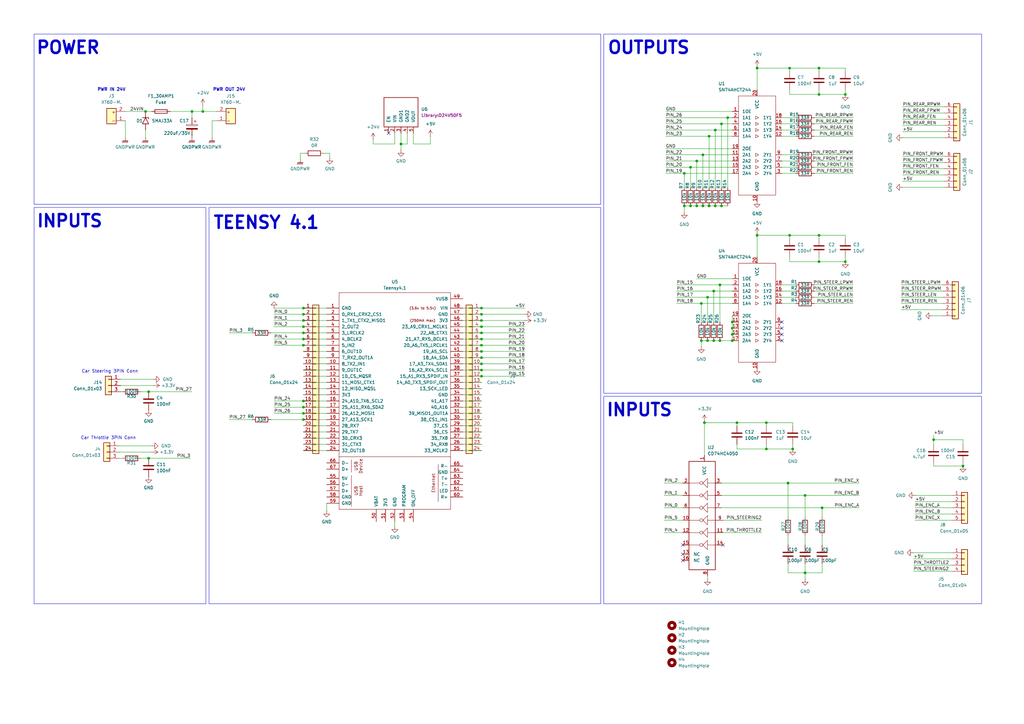
<source format=kicad_sch>
(kicad_sch (version 20250114) (generator "eeschema") (generator_version "9.0")
  (paper "A3")
  (title_block (date "2025-10-03"))
  (rectangle (start 247.65 13.97) (end 402.59 161.29))
  (rectangle (start 85.725 85.09) (end 246.38 247.65))
  (rectangle (start 13.97 85.09) (end 84.455 247.65))
  (rectangle (start 247.65 162.56) (end 402.59 247.65))
  (rectangle (start 13.97 13.97) (end 246.38 83.82))
  (text "PWR OUT 24V" (at 93.98 36.83 0) (effects (font (size 1.27 1.27) (thickness 0.254) (bold yes))))
  (text "Car Throttle 3PIN Conn" (at 44.45 179.705 0) (effects (font (size 1.27 1.27))))
  (text "POWER" (at 27.94 19.685 0) (effects (font (size 5 5) (thickness 1) (bold yes))))
  (text "TEENSY 4.1" (at 109.22 91.44 0) (effects (font (size 5 5) (thickness 1) (bold yes))))
  (text "PWR IN 24V" (at 45.72 36.83 0) (effects (font (size 1.27 1.27) (thickness 0.254) (bold yes))))
  (text "INPUTS" (at 28.575 90.805 0) (effects (font (size 5 5) (thickness 1) (bold yes))))
  (text "Car Steering 3PIN Conn" (at 45.085 152.4 0) (effects (font (size 1.27 1.27))))
  (text "OUTPUTS" (at 266.065 19.685 0) (effects (font (size 5 5) (thickness 1) (bold yes))))
  (text "INPUTS" (at 262.255 168.275 0) (effects (font (size 5 5) (thickness 1) (bold yes))))
  (junction (at 337.185 208.28))
  (junction (at 290.195 121.92))
  (junction (at 295.275 116.84))
  (junction (at 124.46 128.905))
  (junction (at 197.485 133.985))
  (junction (at 288.925 173.355))
  (junction (at 293.37 84.455))
  (junction (at 78.74 45.72))
  (junction (at 288.29 63.5))
  (junction (at 382.905 180.34))
  (junction (at 124.46 169.545))
  (junction (at 335.915 107.315))
  (junction (at 394.97 191.135))
  (junction (at 197.485 146.685))
  (junction (at 330.2 234.95))
  (junction (at 295.91 50.8))
  (junction (at 283.21 68.58))
  (junction (at 290.83 55.88))
  (junction (at 287.655 139.7))
  (junction (at 197.485 136.525))
  (junction (at 197.485 149.225))
  (junction (at 292.735 139.7))
  (junction (at 300.355 134.62))
  (junction (at 335.915 96.52))
  (junction (at 124.46 164.465))
  (junction (at 124.46 126.365))
  (junction (at 335.915 38.735))
  (junction (at 197.485 139.065))
  (junction (at 285.75 66.04))
  (junction (at 124.46 141.605))
  (junction (at 288.29 84.455))
  (junction (at 197.485 154.305))
  (junction (at 197.485 126.365))
  (junction (at 323.215 198.12))
  (junction (at 164.465 59.055))
  (junction (at 280.67 84.455))
  (junction (at 197.485 131.445))
  (junction (at 298.45 48.26))
  (junction (at 293.37 53.34))
  (junction (at 295.91 84.455))
  (junction (at 60.96 187.96))
  (junction (at 280.67 71.12))
  (junction (at 124.46 133.985))
  (junction (at 300.355 132.08))
  (junction (at 124.46 139.065))
  (junction (at 335.915 27.94))
  (junction (at 124.46 131.445))
  (junction (at 300.355 137.16))
  (junction (at 197.485 144.145))
  (junction (at 124.46 136.525))
  (junction (at 83.185 45.72))
  (junction (at 295.275 139.7))
  (junction (at 292.735 119.38))
  (junction (at 197.485 141.605))
  (junction (at 285.75 84.455))
  (junction (at 323.85 27.94))
  (junction (at 124.46 167.005))
  (junction (at 310.515 96.52))
  (junction (at 290.83 84.455))
  (junction (at 290.195 139.7))
  (junction (at 325.12 184.15))
  (junction (at 346.71 107.315))
  (junction (at 59.69 45.72))
  (junction (at 330.2 203.2))
  (junction (at 283.21 84.455))
  (junction (at 302.26 173.355))
  (junction (at 323.85 96.52))
  (junction (at 197.485 128.905))
  (junction (at 300.355 139.7))
  (junction (at 346.71 38.735))
  (junction (at 310.515 27.94))
  (junction (at 197.485 151.765))
  (junction (at 124.46 172.085))
  (junction (at 314.325 184.15))
  (junction (at 60.96 160.655))
  (junction (at 314.325 173.355))
  (junction (at 287.655 124.46))
  (no_connect (at 320.675 139.7))
  (no_connect (at 296.545 223.52))
  (no_connect (at 280.035 229.87))
  (no_connect (at 320.675 132.08))
  (no_connect (at 320.675 134.62))
  (no_connect (at 320.675 137.16))
  (no_connect (at 159.385 54.61))
  (no_connect (at 280.035 223.52))
  (no_connect (at 280.035 227.33))
  (wire (pts (xy 387.35 48.895) (xy 370.205 48.895)))
  (wire (pts (xy 287.655 139.7) (xy 290.195 139.7)))
  (wire (pts (xy 111.125 172.085) (xy 124.46 172.085)))
  (wire (pts (xy 112.395 133.985) (xy 124.46 133.985)))
  (wire (pts (xy 320.675 63.5) (xy 326.39 63.5)))
  (wire (pts (xy 320.675 121.92) (xy 326.39 121.92)))
  (wire (pts (xy 349.885 53.34) (xy 334.01 53.34)))
  (wire (pts (xy 215.265 131.445) (xy 197.485 131.445)))
  (wire (pts (xy 272.415 198.12) (xy 280.035 198.12)))
  (wire (pts (xy 349.885 121.92) (xy 334.01 121.92)))
  (wire (pts (xy 382.905 191.135) (xy 382.905 189.865)))
  (wire (pts (xy 390.525 203.2) (xy 375.285 203.2)))
  (wire (pts (xy 62.23 182.88) (xy 48.895 182.88)))
  (wire (pts (xy 290.83 55.88) (xy 290.83 76.835)))
  (wire (pts (xy 302.26 173.355) (xy 302.26 174.625)))
  (wire (pts (xy 390.525 213.36) (xy 375.285 213.36)))
  (wire (pts (xy 310.515 27.94) (xy 310.515 36.83)))
  (wire (pts (xy 153.035 59.055) (xy 161.925 59.055)))
  (wire (pts (xy 112.395 139.065) (xy 124.46 139.065)))
  (wire (pts (xy 349.885 119.38) (xy 334.01 119.38)))
  (wire (pts (xy 310.515 96.52) (xy 310.515 105.41)))
  (wire (pts (xy 272.415 203.2) (xy 280.035 203.2)))
  (wire (pts (xy 189.865 164.465) (xy 197.485 164.465)))
  (wire (pts (xy 295.91 198.12) (xy 323.215 198.12)))
  (wire (pts (xy 124.46 146.685) (xy 133.985 146.685)))
  (wire (pts (xy 161.925 215.9) (xy 161.925 213.995)))
  (wire (pts (xy 295.275 139.7) (xy 300.355 139.7)))
  (wire (pts (xy 197.485 128.905) (xy 189.865 128.905)))
  (wire (pts (xy 273.05 66.04) (xy 285.75 66.04)))
  (wire (pts (xy 189.865 159.385) (xy 197.485 159.385)))
  (wire (pts (xy 325.12 173.355) (xy 314.325 173.355)))
  (wire (pts (xy 346.71 97.79) (xy 346.71 96.52)))
  (wire (pts (xy 288.925 172.72) (xy 288.925 173.355)))
  (wire (pts (xy 302.26 184.15) (xy 314.325 184.15)))
  (wire (pts (xy 86.995 49.53) (xy 86.995 56.515)))
  (wire (pts (xy 335.915 36.83) (xy 335.915 38.735)))
  (wire (pts (xy 189.865 161.925) (xy 197.485 161.925)))
  (wire (pts (xy 335.915 96.52) (xy 323.85 96.52)))
  (wire (pts (xy 295.91 84.455) (xy 298.45 84.455)))
  (wire (pts (xy 320.675 48.26) (xy 326.39 48.26)))
  (wire (pts (xy 169.545 59.055) (xy 176.53 59.055)))
  (wire (pts (xy 374.65 231.775) (xy 390.525 231.775)))
  (wire (pts (xy 386.715 124.46) (xy 369.57 124.46)))
  (wire (pts (xy 285.75 84.455) (xy 288.29 84.455)))
  (wire (pts (xy 300.355 129.54) (xy 300.355 132.08)))
  (wire (pts (xy 323.85 96.52) (xy 323.85 97.79)))
  (wire (pts (xy 273.05 71.12) (xy 280.67 71.12)))
  (wire (pts (xy 111.125 136.525) (xy 124.46 136.525)))
  (wire (pts (xy 387.35 76.835) (xy 370.205 76.835)))
  (wire (pts (xy 215.265 128.905) (xy 197.485 128.905)))
  (wire (pts (xy 292.735 139.7) (xy 295.275 139.7)))
  (wire (pts (xy 287.655 124.46) (xy 300.355 124.46)))
  (wire (pts (xy 320.675 71.12) (xy 326.39 71.12)))
  (wire (pts (xy 337.185 208.28) (xy 337.185 212.09)))
  (wire (pts (xy 387.35 56.515) (xy 370.205 56.515)))
  (wire (pts (xy 215.265 133.985) (xy 197.485 133.985)))
  (wire (pts (xy 124.46 172.085) (xy 133.985 172.085)))
  (wire (pts (xy 272.415 208.28) (xy 280.035 208.28)))
  (wire (pts (xy 197.485 149.225) (xy 189.865 149.225)))
  (wire (pts (xy 124.46 128.905) (xy 133.985 128.905)))
  (wire (pts (xy 273.05 48.26) (xy 298.45 48.26)))
  (wire (pts (xy 387.35 53.975) (xy 370.205 53.975)))
  (wire (pts (xy 124.46 179.705) (xy 133.985 179.705)))
  (wire (pts (xy 124.46 169.545) (xy 133.985 169.545)))
  (wire (pts (xy 124.46 141.605) (xy 133.985 141.605)))
  (wire (pts (xy 112.395 169.545) (xy 124.46 169.545)))
  (wire (pts (xy 320.675 55.88) (xy 326.39 55.88)))
  (wire (pts (xy 280.67 71.12) (xy 300.355 71.12)))
  (wire (pts (xy 349.885 68.58) (xy 334.01 68.58)))
  (wire (pts (xy 292.735 119.38) (xy 300.355 119.38)))
  (wire (pts (xy 49.53 160.655) (xy 50.165 160.655)))
  (wire (pts (xy 386.715 121.92) (xy 369.57 121.92)))
  (wire (pts (xy 374.65 234.315) (xy 390.525 234.315)))
  (wire (pts (xy 273.05 50.8) (xy 295.91 50.8)))
  (wire (pts (xy 298.45 48.26) (xy 298.45 76.835)))
  (wire (pts (xy 346.71 29.21) (xy 346.71 27.94)))
  (wire (pts (xy 320.675 119.38) (xy 326.39 119.38)))
  (wire (pts (xy 390.525 210.82) (xy 375.285 210.82)))
  (wire (pts (xy 323.85 27.94) (xy 323.85 29.21)))
  (wire (pts (xy 323.215 231.14) (xy 323.215 234.95)))
  (wire (pts (xy 197.485 141.605) (xy 189.865 141.605)))
  (wire (pts (xy 215.265 126.365) (xy 197.485 126.365)))
  (wire (pts (xy 215.265 146.685) (xy 197.485 146.685)))
  (wire (pts (xy 349.885 124.46) (xy 334.01 124.46)))
  (wire (pts (xy 124.46 126.365) (xy 133.985 126.365)))
  (wire (pts (xy 290.83 84.455) (xy 293.37 84.455)))
  (wire (pts (xy 285.75 114.3) (xy 300.355 114.3)))
  (wire (pts (xy 59.69 45.72) (xy 51.435 45.72)))
  (wire (pts (xy 48.895 187.96) (xy 50.165 187.96)))
  (wire (pts (xy 62.865 155.575) (xy 49.53 155.575)))
  (wire (pts (xy 280.67 71.12) (xy 280.67 76.835)))
  (wire (pts (xy 330.2 234.95) (xy 330.2 237.49)))
  (wire (pts (xy 314.325 173.355) (xy 302.26 173.355)))
  (wire (pts (xy 386.715 116.84) (xy 369.57 116.84)))
  (wire (pts (xy 325.12 184.15) (xy 325.12 182.245)))
  (wire (pts (xy 310.515 95.885) (xy 310.515 96.52)))
  (wire (pts (xy 78.74 45.72) (xy 78.74 48.26)))
  (wire (pts (xy 288.29 84.455) (xy 290.83 84.455)))
  (wire (pts (xy 197.485 139.065) (xy 189.865 139.065)))
  (wire (pts (xy 290.195 139.7) (xy 292.735 139.7)))
  (wire (pts (xy 387.35 69.215) (xy 370.205 69.215)))
  (wire (pts (xy 93.98 136.525) (xy 103.505 136.525)))
  (wire (pts (xy 189.865 172.085) (xy 197.485 172.085)))
  (wire (pts (xy 337.185 208.28) (xy 352.425 208.28)))
  (wire (pts (xy 88.9 45.72) (xy 83.185 45.72)))
  (wire (pts (xy 320.675 66.04) (xy 326.39 66.04)))
  (wire (pts (xy 314.325 182.245) (xy 314.325 184.15)))
  (wire (pts (xy 124.46 174.625) (xy 133.985 174.625)))
  (wire (pts (xy 312.42 213.36) (xy 296.545 213.36)))
  (wire (pts (xy 280.67 84.455) (xy 280.67 86.995)))
  (wire (pts (xy 337.185 208.28) (xy 295.91 208.28)))
  (wire (pts (xy 386.715 127) (xy 369.57 127)))
  (wire (pts (xy 273.05 63.5) (xy 288.29 63.5)))
  (wire (pts (xy 349.885 116.84) (xy 334.01 116.84)))
  (wire (pts (xy 189.865 169.545) (xy 197.485 169.545)))
  (wire (pts (xy 335.915 27.94) (xy 335.915 29.21)))
  (wire (pts (xy 57.785 187.96) (xy 60.96 187.96)))
  (wire (pts (xy 323.85 105.41) (xy 323.85 107.315)))
  (wire (pts (xy 295.275 116.84) (xy 300.355 116.84)))
  (wire (pts (xy 335.915 38.735) (xy 346.71 38.735)))
  (wire (pts (xy 62.865 158.115) (xy 49.53 158.115)))
  (wire (pts (xy 153.035 57.15) (xy 153.035 59.055)))
  (wire (pts (xy 349.885 55.88) (xy 334.01 55.88)))
  (wire (pts (xy 283.21 68.58) (xy 283.21 76.835)))
  (wire (pts (xy 273.05 53.34) (xy 293.37 53.34)))
  (wire (pts (xy 93.98 172.085) (xy 103.505 172.085)))
  (wire (pts (xy 60.96 187.96) (xy 78.105 187.96)))
  (wire (pts (xy 320.675 68.58) (xy 326.39 68.58)))
  (wire (pts (xy 295.91 50.8) (xy 295.91 76.835)))
  (wire (pts (xy 124.46 156.845) (xy 133.985 156.845)))
  (wire (pts (xy 83.185 43.18) (xy 83.185 45.72)))
  (wire (pts (xy 273.05 45.72) (xy 300.355 45.72)))
  (wire (pts (xy 314.325 184.15) (xy 325.12 184.15)))
  (wire (pts (xy 293.37 53.34) (xy 300.355 53.34)))
  (wire (pts (xy 124.46 136.525) (xy 133.985 136.525)))
  (wire (pts (xy 189.865 184.785) (xy 197.485 184.785)))
  (wire (pts (xy 272.415 218.44) (xy 280.035 218.44)))
  (wire (pts (xy 164.465 59.055) (xy 164.465 61.595)))
  (wire (pts (xy 124.46 133.985) (xy 133.985 133.985)))
  (wire (pts (xy 323.215 198.12) (xy 323.215 212.09)))
  (wire (pts (xy 277.495 121.92) (xy 290.195 121.92)))
  (wire (pts (xy 394.97 191.135) (xy 394.97 189.865)))
  (wire (pts (xy 161.925 59.055) (xy 161.925 54.61)))
  (wire (pts (xy 288.925 173.355) (xy 288.925 186.69)))
  (wire (pts (xy 59.69 56.515) (xy 59.69 53.34)))
  (wire (pts (xy 335.915 96.52) (xy 335.915 97.79)))
  (wire (pts (xy 124.46 144.145) (xy 133.985 144.145)))
  (wire (pts (xy 323.85 96.52) (xy 310.515 96.52)))
  (wire (pts (xy 387.35 74.295) (xy 370.205 74.295)))
  (wire (pts (xy 273.05 60.96) (xy 300.355 60.96)))
  (wire (pts (xy 288.29 63.5) (xy 300.355 63.5)))
  (wire (pts (xy 124.46 154.305) (xy 133.985 154.305)))
  (wire (pts (xy 197.485 131.445) (xy 189.865 131.445)))
  (wire (pts (xy 215.265 141.605) (xy 197.485 141.605)))
  (wire (pts (xy 302.26 173.355) (xy 288.925 173.355)))
  (wire (pts (xy 300.355 132.08) (xy 300.355 134.62)))
  (wire (pts (xy 330.2 231.14) (xy 330.2 234.95)))
  (wire (pts (xy 323.85 107.315) (xy 335.915 107.315)))
  (wire (pts (xy 60.96 160.655) (xy 78.74 160.655)))
  (wire (pts (xy 176.53 55.88) (xy 176.53 59.055)))
  (wire (pts (xy 124.46 151.765) (xy 133.985 151.765)))
  (wire (pts (xy 197.485 154.305) (xy 189.865 154.305)))
  (wire (pts (xy 124.46 131.445) (xy 133.985 131.445)))
  (wire (pts (xy 293.37 53.34) (xy 293.37 76.835)))
  (wire (pts (xy 135.255 62.865) (xy 132.715 62.865)))
  (wire (pts (xy 292.735 119.38) (xy 292.735 132.08)))
  (wire (pts (xy 374.65 226.695) (xy 390.525 226.695)))
  (wire (pts (xy 337.185 234.95) (xy 337.185 231.14)))
  (wire (pts (xy 285.75 66.04) (xy 285.75 76.835)))
  (wire (pts (xy 277.495 116.84) (xy 295.275 116.84)))
  (wire (pts (xy 394.97 182.245) (xy 394.97 180.34)))
  (wire (pts (xy 288.29 76.835) (xy 288.29 63.5)))
  (wire (pts (xy 290.83 55.88) (xy 300.355 55.88)))
  (wire (pts (xy 112.395 141.605) (xy 124.46 141.605)))
  (wire (pts (xy 295.91 50.8) (xy 300.355 50.8)))
  (wire (pts (xy 78.74 45.72) (xy 69.85 45.72)))
  (wire (pts (xy 280.67 84.455) (xy 283.21 84.455)))
  (wire (pts (xy 323.215 234.95) (xy 330.2 234.95)))
  (wire (pts (xy 374.65 229.235) (xy 390.525 229.235)))
  (wire (pts (xy 273.05 68.58) (xy 283.21 68.58)))
  (wire (pts (xy 386.715 119.38) (xy 369.57 119.38)))
  (wire (pts (xy 215.265 144.145) (xy 197.485 144.145)))
  (wire (pts (xy 330.2 203.2) (xy 330.2 212.09)))
  (wire (pts (xy 197.485 146.685) (xy 189.865 146.685)))
  (wire (pts (xy 382.905 182.245) (xy 382.905 180.34)))
  (wire (pts (xy 323.85 27.94) (xy 310.515 27.94)))
  (wire (pts (xy 62.23 185.42) (xy 48.895 185.42)))
  (wire (pts (xy 273.05 55.88) (xy 290.83 55.88)))
  (wire (pts (xy 349.885 50.8) (xy 334.01 50.8)))
  (wire (pts (xy 287.655 124.46) (xy 287.655 132.08)))
  (wire (pts (xy 167.005 59.055) (xy 164.465 59.055)))
  (wire (pts (xy 88.9 49.53) (xy 86.995 49.53)))
  (wire (pts (xy 197.485 126.365) (xy 189.865 126.365)))
  (wire (pts (xy 135.255 64.77) (xy 135.255 62.865)))
  (wire (pts (xy 298.45 48.26) (xy 300.355 48.26)))
  (wire (pts (xy 302.26 182.245) (xy 302.26 184.15)))
  (wire (pts (xy 325.12 174.625) (xy 325.12 173.355)))
  (wire (pts (xy 287.655 139.7) (xy 287.655 142.24)))
  (wire (pts (xy 124.46 159.385) (xy 133.985 159.385)))
  (wire (pts (xy 133.985 206.375) (xy 133.985 209.55)))
  (wire (pts (xy 349.885 71.12) (xy 334.01 71.12)))
  (wire (pts (xy 382.905 178.435) (xy 382.905 180.34)))
  (wire (pts (xy 346.71 107.315) (xy 346.71 105.41)))
  (wire (pts (xy 335.915 105.41) (xy 335.915 107.315)))
  (wire (pts (xy 215.265 139.065) (xy 197.485 139.065)))
  (wire (pts (xy 272.415 213.36) (xy 280.035 213.36)))
  (wire (pts (xy 197.485 136.525) (xy 189.865 136.525)))
  (wire (pts (xy 312.42 218.44) (xy 296.545 218.44)))
  (wire (pts (xy 320.675 50.8) (xy 326.39 50.8)))
  (wire (pts (xy 112.395 164.465) (xy 124.46 164.465)))
  (wire (pts (xy 290.195 236.22) (xy 290.195 237.49)))
  (wire (pts (xy 123.19 62.865) (xy 125.095 62.865)))
  (wire (pts (xy 197.485 133.985) (xy 189.865 133.985)))
  (wire (pts (xy 283.21 84.455) (xy 285.75 84.455)))
  (wire (pts (xy 323.85 38.735) (xy 335.915 38.735)))
  (wire (pts (xy 387.35 46.355) (xy 370.205 46.355)))
  (wire (pts (xy 387.35 43.815) (xy 370.205 43.815)))
  (wire (pts (xy 386.715 129.54) (xy 382.27 129.54)))
  (wire (pts (xy 320.675 53.34) (xy 326.39 53.34)))
  (wire (pts (xy 349.885 63.5) (xy 334.01 63.5)))
  (wire (pts (xy 124.46 167.005) (xy 133.985 167.005)))
  (wire (pts (xy 215.265 136.525) (xy 197.485 136.525)))
  (wire (pts (xy 337.185 219.71) (xy 337.185 223.52)))
  (wire (pts (xy 112.395 167.005) (xy 124.46 167.005)))
  (wire (pts (xy 124.46 182.245) (xy 133.985 182.245)))
  (wire (pts (xy 314.325 173.355) (xy 314.325 174.625)))
  (wire (pts (xy 290.195 121.92) (xy 290.195 132.08)))
  (wire (pts (xy 346.71 96.52) (xy 335.915 96.52)))
  (wire (pts (xy 330.2 203.2) (xy 295.91 203.2)))
  (wire (pts (xy 197.485 151.765) (xy 189.865 151.765)))
  (wire (pts (xy 387.35 71.755) (xy 370.205 71.755)))
  (wire (pts (xy 349.885 66.04) (xy 334.01 66.04)))
  (wire (pts (xy 189.865 167.005) (xy 197.485 167.005)))
  (wire (pts (xy 78.74 55.88) (xy 78.74 56.515)))
  (wire (pts (xy 57.785 160.655) (xy 60.96 160.655)))
  (wire (pts (xy 387.35 66.675) (xy 370.205 66.675)))
  (wire (pts (xy 189.865 179.705) (xy 197.485 179.705)))
  (wire (pts (xy 330.2 234.95) (xy 337.185 234.95)))
  (wire (pts (xy 390.525 208.28) (xy 375.285 208.28)))
  (wire (pts (xy 349.885 48.26) (xy 334.01 48.26)))
  (wire (pts (xy 112.395 128.905) (xy 124.46 128.905)))
  (wire (pts (xy 387.35 51.435) (xy 370.205 51.435)))
  (wire (pts (xy 124.46 139.065) (xy 133.985 139.065)))
  (wire (pts (xy 124.46 149.225) (xy 133.985 149.225)))
  (wire (pts (xy 164.465 54.61) (xy 164.465 59.055)))
  (wire (pts (xy 83.185 45.72) (xy 78.74 45.72)))
  (wire (pts (xy 335.915 27.94) (xy 323.85 27.94)))
  (wire (pts (xy 323.85 36.83) (xy 323.85 38.735)))
  (wire (pts (xy 346.71 27.94) (xy 335.915 27.94)))
  (wire (pts (xy 293.37 84.455) (xy 295.91 84.455)))
  (wire (pts (xy 112.395 131.445) (xy 124.46 131.445)))
  (wire (pts (xy 167.005 54.61) (xy 167.005 59.055)))
  (wire (pts (xy 330.2 219.71) (xy 330.2 223.52)))
  (wire (pts (xy 123.19 65.405) (xy 123.19 62.865)))
  (wire (pts (xy 124.46 161.925) (xy 133.985 161.925)))
  (wire (pts (xy 300.355 134.62) (xy 300.355 137.16)))
  (wire (pts (xy 189.865 156.845) (xy 197.485 156.845)))
  (wire (pts (xy 277.495 124.46) (xy 287.655 124.46)))
  (wire (pts (xy 387.35 64.135) (xy 370.205 64.135)))
  (wire (pts (xy 290.195 121.92) (xy 300.355 121.92)))
  (wire (pts (xy 124.46 177.165) (xy 133.985 177.165)))
  (wire (pts (xy 112.395 126.365) (xy 124.46 126.365)))
  (wire (pts (xy 323.215 198.12) (xy 352.425 198.12)))
  (wire (pts (xy 51.435 49.53) (xy 51.435 56.515)))
  (wire (pts (xy 215.265 149.225) (xy 197.485 149.225)))
  (wire (pts (xy 189.865 177.165) (xy 197.485 177.165)))
  (wire (pts (xy 124.46 164.465) (xy 133.985 164.465)))
  (wire (pts (xy 62.23 45.72) (xy 59.69 45.72)))
  (wire (pts (xy 215.265 151.765) (xy 197.485 151.765)))
  (wire (pts (xy 277.495 119.38) (xy 292.735 119.38)))
  (wire (pts (xy 394.97 180.34) (xy 382.905 180.34)))
  (wire (pts (xy 197.485 144.145) (xy 189.865 144.145)))
  (wire (pts (xy 346.71 38.735) (xy 346.71 36.83)))
  (wire (pts (xy 310.515 27.305) (xy 310.515 27.94)))
  (wire (pts (xy 323.215 219.71) (xy 323.215 223.52)))
  (wire (pts (xy 169.545 54.61) (xy 169.545 59.055)))
  (wire (pts (xy 320.675 124.46) (xy 326.39 124.46)))
  (wire (pts (xy 390.525 205.74) (xy 375.285 205.74)))
  (wire (pts (xy 335.915 107.315) (xy 346.71 107.315)))
  (wire (pts (xy 320.675 116.84) (xy 326.39 116.84)))
  (wire (pts (xy 300.355 137.16) (xy 300.355 139.7)))
  (wire (pts (xy 285.75 66.04) (xy 300.355 66.04)))
  (wire (pts (xy 283.21 68.58) (xy 300.355 68.58)))
  (wire (pts (xy 189.865 174.625) (xy 197.485 174.625)))
  (wire (pts (xy 124.46 184.785) (xy 133.985 184.785)))
  (wire (pts (xy 215.265 154.305) (xy 197.485 154.305)))
  (wire (pts (xy 330.2 203.2) (xy 352.425 203.2)))
  (wire (pts (xy 189.865 182.245) (xy 197.485 182.245)))
  (wire (pts (xy 382.905 191.135) (xy 394.97 191.135)))
  (wire (pts (xy 295.275 116.84) (xy 295.275 132.08)))
  (label "PIN_REAR_REN" (at 349.885 55.88 180))
  (label "+5V" (at 369.57 127 0))
  (label "PIN_5" (at 112.395 141.605 0))
  (label "PIN_THROTTLE2" (at 374.65 231.775 0))
  (label "PIN_REAR_RPWM" (at 370.205 43.815 0))
  (label "PIN_22" (at 273.05 63.5 0))
  (label "PIN_ENC_X" (at 375.285 213.36 0))
  (label "+5V" (at 370.205 74.295 0))
  (label "PIN_STEER_RPWM" (at 349.885 119.38 180))
  (label "PIN_STEER_LEN" (at 349.885 121.92 180))
  (label "PIN_ENC_A" (at 375.285 208.28 0))
  (label "PIN_0" (at 272.415 208.28 0))
  (label "PIN_STEERING2" (at 374.65 234.315 0))
  (label "GND" (at 273.05 45.72 0))
  (label "PIN_0" (at 112.395 128.905 0))
  (label "PIN_REAR_REN" (at 370.205 51.435 0))
  (label "+5V" (at 382.905 178.435 0))
  (label "+5V" (at 215.265 126.365 180))
  (label "+5V" (at 375.285 205.74 0))
  (label "PIN_18" (at 215.265 146.685 180))
  (label "PIN_1" (at 272.415 203.2 0))
  (label "PIN_STEER_LPWM" (at 369.57 116.84 0))
  (label "PIN_FRONT_FEN" (at 370.205 69.215 0))
  (label "PIN_REAR_FPWM" (at 349.885 50.8 180))
  (label "+5V" (at 370.205 53.975 0))
  (label "PIN_17" (at 277.495 121.92 0))
  (label "PIN_22" (at 215.265 136.525 180))
  (label "PIN_27" (at 78.74 160.655 180))
  (label "PIN_STEER_LPWM" (at 349.885 116.84 180))
  (label "PIN_20" (at 273.05 68.58 0))
  (label "24VIN" (at 53.34 45.72 0))
  (label "PIN_THROTTLE2" (at 312.42 218.44 180))
  (label "PIN_3" (at 93.98 136.525 0))
  (label "PIN_STEER_LEN" (at 369.57 121.92 0))
  (label "PIN_25" (at 273.05 50.8 0))
  (label "PIN_27" (at 93.98 172.085 0))
  (label "PIN_FRONT_FPWM" (at 370.205 66.675 0))
  (label "PIN_23" (at 273.05 55.88 0))
  (label "PIN_STEER_RPWM" (at 369.57 119.38 0))
  (label "PIN_ENC_A" (at 352.425 208.28 180))
  (label "PIN_15" (at 277.495 116.84 0))
  (label "PIN_STEER_REN" (at 349.885 124.46 180))
  (label "PIN_26" (at 273.05 48.26 0))
  (label "PIN_17" (at 215.265 149.225 180))
  (label "PIN_REAR_FEN" (at 370.205 48.895 0))
  (label "PIN_FRONT_RPWM" (at 349.885 63.5 180))
  (label "+5V" (at 374.65 229.235 0))
  (label "PIN_16" (at 215.265 151.765 180))
  (label "PIN_4" (at 272.415 218.44 0))
  (label "PIN_REAR_FPWM" (at 370.205 46.355 0))
  (label "PIN_18" (at 277.495 124.46 0))
  (label "PIN_FRONT_REN" (at 349.885 71.12 180))
  (label "PIN_2" (at 112.395 133.985 0))
  (label "PIN_23" (at 215.265 133.985 180))
  (label "PIN_STEER_REN" (at 369.57 124.46 0))
  (label "PIN_24" (at 273.05 53.34 0))
  (label "PIN_FRONT_RPWM" (at 370.205 64.135 0))
  (label "PIN_24" (at 112.395 164.465 0))
  (label "GND" (at 273.05 60.96 0))
  (label "PIN_1" (at 112.395 131.445 0))
  (label "PIN_25" (at 112.395 167.005 0))
  (label "PIN_REAR_FEN" (at 349.885 53.34 180))
  (label "PIN_16" (at 277.495 119.38 0))
  (label "PIN_FRONT_REN" (at 370.205 71.755 0))
  (label "PIN_STEERING2" (at 312.42 213.36 180))
  (label "PIN_REAR_RPWM" (at 349.885 48.26 180))
  (label "PIN_15" (at 215.265 154.305 180))
  (label "PIN_3" (at 78.105 187.96 180))
  (label "PIN_21" (at 273.05 66.04 0))
  (label "PIN_ENC_B" (at 352.425 203.2 180))
  (label "GND" (at 285.75 114.3 0))
  (label "PIN_FRONT_FPWM" (at 349.885 66.04 180))
  (label "PIN_4" (at 112.395 139.065 0))
  (label "PIN_ENC_X" (at 352.425 198.12 180))
  (label "PIN_ENC_B" (at 375.285 210.82 0))
  (label "PIN_FRONT_FEN" (at 349.885 68.58 180))
  (label "PIN_20" (at 215.265 141.605 180))
  (label "PIN_19" (at 273.05 71.12 0))
  (label "PIN_26" (at 112.395 169.545 0))
  (label "PIN_21" (at 215.265 139.065 180))
  (label "PIN_19" (at 215.265 144.145 180))
  (label "PIN_2" (at 272.415 198.12 0))
  (label "PIN_5" (at 272.415 213.36 0))
  (symbol (lib_id "power:GND") (at 62.865 155.575 90) (unit 1)
    (property "Reference" "#PWR013" (effects (hide yes)))
    (property "Value" "GND" (at 66.675 155.5749 90) (effects (justify right)))
    (property "Description" "Power symbol creates a global label with name \"GND\" , ground" (effects (hide yes)))
  )
  (symbol (lib_id "Device:C") (at 346.71 33.02 0) (unit 1)
    (property "Reference" "C9" (at 349.885 31.7499 0) (effects (justify left)))
    (property "Value" "10uF" (at 349.885 34.2899 0) (effects (justify left)))
    (property "Footprint" "Capacitor_SMD:C_0805_2012Metric" (effects (hide yes)))
    (property "Description" "Unpolarized capacitor" (effects (hide yes)))
    (property "LCSC" "C15850" (effects (hide yes)))
    (property "MPN" "CL21A106KAYNNNE" (effects (hide yes)))
  )
  (symbol (lib_id "Device:R") (at 290.195 135.89 0) (unit 1)
    (property "Reference" "R24" (at 288.925 132.715 90) (effects (justify left)))
    (property "Value" "10k" (at 290.195 137.795 90) (effects (justify left)))
    (property "Footprint" "Resistor_SMD:R_0603_1608Metric" (effects (hide yes)))
    (property "Description" "Resistor" (effects (hide yes)))
    (property "LCSC" "C98220" (effects (hide yes)))
    (property "MPN" "RC0603FR-0710KL" (effects (hide yes)))
  )
  (symbol (lib_id "Device:R") (at 330.2 55.88 90) (unit 1)
    (property "Reference" "R18" (at 325.755 54.61 90))
    (property "Value" "33R" (at 330.2 55.88 90))
    (property "Footprint" "Resistor_SMD:R_0603_1608Metric" (effects (hide yes)))
    (property "Description" "Resistor" (effects (hide yes)))
    (property "LCSC" "C108661" (effects (hide yes)))
    (property "MPN" "RC0603FR-0733RL" (effects (hide yes)))
  )
  (symbol (lib_id "power:+5V") (at 310.515 95.885 0) (unit 1)
    (property "Reference" "#PWR07" (effects (hide yes)))
    (property "Value" "+5V" (at 310.515 91.44 0))
    (property "Description" "Power symbol creates a global label with name \"+5V\"" (effects (hide yes)))
  )
  (symbol (lib_id "New_Library:XT60-M.") (at 93.98 49.53 0) (mirror x) (unit 1)
    (property "Reference" "J15" (at 94.615 39.37 0))
    (property "Value" "XT60-M." (at 94.615 41.91 0))
    (property "Footprint" "Library:CONN-TH_XT60" (effects (hide yes)))
    (property "Description" "Generic connector, single row, 01x02, script generated (kicad-library-utils/schlib/autogen/connector/)" (effects (hide yes)))
    (property "LCSC" "C98733" (effects (hide yes)))
    (property "MPN" "XT60-M." (effects (hide yes)))
  )
  (symbol (lib_id "power:+24V") (at 83.185 43.18 0) (unit 1)
    (property "Reference" "#PWR030" (effects (hide yes)))
    (property "Value" "+24V" (at 83.185 38.1 0))
    (property "Description" "Power symbol creates a global label with name \"+24V\"" (effects (hide yes)))
  )
  (symbol (lib_id "Device:C_Polarized") (at 78.74 52.07 0) (mirror y) (unit 1)
    (property "Reference" "C17" (at 77.47 49.53 0) (effects (justify left)))
    (property "Value" "220uF/35V" (at 78.105 54.61 0) (effects (justify left)))
    (property "Footprint" "Capacitor_SMD:CP_Elec_8x10.5" (effects (hide yes)))
    (property "Description" "Polarized capacitor" (effects (hide yes)))
    (property "LCSC" "C5246556" (effects (hide yes)))
    (property "MPN" "HV1V227M0810PZ" (effects (hide yes)))
  )
  (symbol (lib_id "Device:R") (at 323.215 215.9 180) (unit 1)
    (property "Reference" "R27" (at 321.31 215.9 90))
    (property "Value" "100R" (at 323.215 215.9 90))
    (property "Footprint" "Resistor_SMD:R_0603_1608Metric" (effects (hide yes)))
    (property "Description" "Resistor" (effects (hide yes)))
    (property "LCSC" "C105588" (effects (hide yes)))
    (property "MPN" "RC0603FR-07100RL" (effects (hide yes)))
  )
  (symbol (lib_id "power:+3.3V") (at 288.925 172.72 0) (unit 1)
    (property "Reference" "#PWR04" (effects (hide yes)))
    (property "Value" "+3.3V" (at 288.925 167.64 0))
    (property "Description" "Power symbol creates a global label with name \"+3.3V\"" (effects (hide yes)))
  )
  (symbol (lib_id "New_Library:D24V50F5") (at 164.465 46.99 90) (unit 1)
    (property "Reference" "U6" (at 172.72 44.7674 90) (effects (justify right)))
    (property "Value" "D24V50F5" (effects (hide yes)))
    (property "Footprint" "Library:D24V50F5" (at 172.72 47.3074 90) (effects (justify right)))
    (property "LCSC" "DNP" (effects (hide yes)))
    (property "MPN" "DNP" (effects (hide yes)))
  )
  (symbol (lib_id "Device:R") (at 292.735 135.89 0) (unit 1)
    (property "Reference" "R25" (at 291.465 132.715 90) (effects (justify left)))
    (property "Value" "10k" (at 292.735 137.795 90) (effects (justify left)))
    (property "Footprint" "Resistor_SMD:R_0603_1608Metric" (effects (hide yes)))
    (property "Description" "Resistor" (effects (hide yes)))
    (property "LCSC" "C98220" (effects (hide yes)))
    (property "MPN" "RC0603FR-0710KL" (effects (hide yes)))
  )
  (symbol (lib_id "Connector_Generic:Conn_01x06") (at 392.43 51.435 0) (mirror x) (unit 1)
    (property "Reference" "J1" (at 398.145 50.165 90))
    (property "Value" "Conn_01x06" (at 395.605 50.165 90))
    (property "Footprint" "Connector_PinHeader_2.54mm:PinHeader_1x06_P2.54mm_Vertical" (effects (hide yes)))
    (property "Description" "Generic connector, single row, 01x06, script generated (kicad-library-utils/schlib/autogen/connector/)" (effects (hide yes)))
    (property "LCSC" "C492405" (effects (hide yes)))
    (property "MPN" "PZ254V-11-06P" (effects (hide yes)))
  )
  (symbol (lib_id "Device:R") (at 330.2 53.34 90) (unit 1)
    (property "Reference" "R17" (at 325.755 52.07 90))
    (property "Value" "33R" (at 330.2 53.34 90))
    (property "Footprint" "Resistor_SMD:R_0603_1608Metric" (effects (hide yes)))
    (property "Description" "Resistor" (effects (hide yes)))
    (property "LCSC" "C108661" (effects (hide yes)))
    (property "MPN" "RC0603FR-0733RL" (effects (hide yes)))
  )
  (symbol (lib_id "power:GND") (at 62.23 182.88 90) (unit 1)
    (property "Reference" "#PWR08" (effects (hide yes)))
    (property "Value" "GND" (at 66.04 182.8799 90) (effects (justify right)))
    (property "Description" "Power symbol creates a global label with name \"GND\" , ground" (effects (hide yes)))
  )
  (symbol (lib_id "Device:R") (at 107.315 136.525 90) (unit 1)
    (property "Reference" "R5" (at 102.87 135.255 90))
    (property "Value" "33R" (at 107.315 136.525 90))
    (property "Footprint" "Resistor_SMD:R_0603_1608Metric" (effects (hide yes)))
    (property "Description" "Resistor" (effects (hide yes)))
    (property "LCSC" "C108661" (effects (hide yes)))
    (property "MPN" "RC0603FR-0733RL" (effects (hide yes)))
  )
  (symbol (lib_id "Device:R") (at 330.2 121.92 90) (unit 1)
    (property "Reference" "R3" (at 325.755 120.65 90))
    (property "Value" "33R" (at 330.2 121.92 90))
    (property "Footprint" "Resistor_SMD:R_0603_1608Metric" (effects (hide yes)))
    (property "Description" "Resistor" (effects (hide yes)))
    (property "LCSC" "C108661" (effects (hide yes)))
    (property "MPN" "RC0603FR-0733RL" (effects (hide yes)))
  )
  (symbol (lib_id "Connector_Generic:Conn_01x24") (at 129.54 154.305 0) (unit 1)
    (property "Reference" "J6" (at 110.49 154.305 0) (effects (justify left)))
    (property "Value" "Conn_01x24" (at 110.49 156.845 0) (effects (justify left)))
    (property "Footprint" "Connector_PinSocket_2.54mm:PinSocket_1x24_P2.54mm_Vertical" (effects (hide yes)))
    (property "Description" "Generic connector, single row, 01x24, script generated (kicad-library-utils/schlib/autogen/connector/)" (effects (hide yes)))
    (property "LCSC" "C2883741" (effects (hide yes)))
    (property "MPN" "X6511FV-24-C85D32" (effects (hide yes)))
  )
  (symbol (lib_id "Device:C") (at 382.905 186.055 0) (mirror x) (unit 1)
    (property "Reference" "C16" (at 379.73 184.7849 0) (effects (justify right)))
    (property "Value" "4.7uF" (at 379.73 187.3249 0) (effects (justify right)))
    (property "Footprint" "Capacitor_SMD:C_0805_2012Metric" (effects (hide yes)))
    (property "Description" "Unpolarized capacitor" (effects (hide yes)))
    (property "LCSC" "C98192" (effects (hide yes)))
    (property "MPN" "CL21A475KBQNNNE" (effects (hide yes)))
  )
  (symbol (lib_id "power:GNDPWR") (at 123.19 65.405 0) (unit 1)
    (property "Reference" "#PWR031" (effects (hide yes)))
    (property "Value" "GNDPWR" (at 123.063 69.215 0))
    (property "Description" "Power symbol creates a global label with name \"GNDPWR\" , global ground" (effects (hide yes)))
  )
  (symbol (lib_id "power:GND") (at 60.96 195.58 0) (unit 1)
    (property "Reference" "#PWR026" (effects (hide yes)))
    (property "Value" "GND" (at 60.96 200.025 0))
    (property "Description" "Power symbol creates a global label with name \"GND\" , ground" (effects (hide yes)))
  )
  (symbol (lib_id "power:GND") (at 370.205 56.515 270) (unit 1)
    (property "Reference" "#PWR09" (effects (hide yes)))
    (property "Value" "GND" (at 365.125 56.515 0))
    (property "Description" "Power symbol creates a global label with name \"GND\" , ground" (effects (hide yes)))
  )
  (symbol (lib_id "Connector_Generic:Conn_01x06") (at 391.795 124.46 0) (mirror x) (unit 1)
    (property "Reference" "J7" (at 397.51 123.19 90))
    (property "Value" "Conn_01x06" (at 394.97 123.19 90))
    (property "Footprint" "Connector_PinHeader_2.54mm:PinHeader_1x06_P2.54mm_Vertical" (effects (hide yes)))
    (property "Description" "Generic connector, single row, 01x06, script generated (kicad-library-utils/schlib/autogen/connector/)" (effects (hide yes)))
    (property "LCSC" "C492405" (effects (hide yes)))
    (property "MPN" "PZ254V-11-06P" (effects (hide yes)))
  )
  (symbol (lib_id "Mechanical:MountingHole") (at 275.59 271.78 0) (unit 1) (in_bom no)
    (property "Reference" "H4" (at 278.13 270.5099 0) (effects (justify left)))
    (property "Value" "MountingHole" (at 278.13 273.0499 0) (effects (justify left)))
    (property "Footprint" "MountingHole:MountingHole_3.2mm_M3" (effects (hide yes)))
    (property "Description" "Mounting Hole without connection" (effects (hide yes)))
    (property "LCSC" "DNP" (effects (hide yes)))
    (property "MPN" "DNP" (effects (hide yes)))
  )
  (symbol (lib_id "power:+24V") (at 153.035 57.15 0) (unit 1)
    (property "Reference" "#PWR043" (effects (hide yes)))
    (property "Value" "+24V" (at 153.035 52.07 0))
    (property "Description" "Power symbol creates a global label with name \"+24V\"" (effects (hide yes)))
  )
  (symbol (lib_id "power:+3.3V") (at 215.265 131.445 270) (unit 1)
    (property "Reference" "#PWR032" (effects (hide yes)))
    (property "Value" "+3.3V" (at 218.44 131.4449 90) (effects (justify left)))
    (property "Description" "Power symbol creates a global label with name \"+3.3V\"" (effects (hide yes)))
  )
  (symbol (lib_id "Device:R") (at 107.315 172.085 90) (unit 1)
    (property "Reference" "R6" (at 102.87 170.815 90))
    (property "Value" "33R" (at 107.315 172.085 90))
    (property "Footprint" "Resistor_SMD:R_0603_1608Metric" (effects (hide yes)))
    (property "Description" "Resistor" (effects (hide yes)))
    (property "LCSC" "C108661" (effects (hide yes)))
    (property "MPN" "RC0603FR-0733RL" (effects (hide yes)))
  )
  (symbol (lib_id "power:GND") (at 287.655 142.24 0) (unit 1)
    (property "Reference" "#PWR023" (effects (hide yes)))
    (property "Value" "GND" (at 287.655 147.32 0))
    (property "Description" "Power symbol creates a global label with name \"GND\" , ground" (effects (hide yes)))
  )
  (symbol (lib_id "Diode:SMAJ33A") (at 59.69 49.53 270) (unit 1)
    (property "Reference" "D1" (at 55.88 49.53 90) (effects (justify left)))
    (property "Value" "SMAJ33A" (at 62.23 49.53 90) (effects (justify left)))
    (property "Footprint" "Diode_SMD:D_SMA" (effects (hide yes)))
    (property "Datasheet" "https://www.littelfuse.com/media?resourcetype=datasheets&itemid=75e32973-b177-4ee3-a0ff-cedaf1abdb93&filename=smaj-datasheet" (effects (hide yes)))
    (property "Description" "400W unidirectional Transient Voltage Suppressor, 33.0Vr, SMA(DO-214AC)" (effects (hide yes)))
    (property "LCSC" "C353454" (effects (hide yes)))
    (property "MPN" "SMAJ33A" (effects (hide yes)))
  )
  (symbol (lib_id "Connector_Generic:Conn_01x05") (at 395.605 208.28 0) (unit 1)
    (property "Reference" "J8" (at 385.445 215.265 0) (effects (justify left)))
    (property "Value" "Conn_01x05" (at 385.445 217.805 0) (effects (justify left)))
    (property "Footprint" "Connector_PinHeader_2.54mm:PinHeader_1x05_P2.54mm_Vertical" (effects (hide yes)))
    (property "Description" "Generic connector, single row, 01x05, script generated (kicad-library-utils/schlib/autogen/connector/)" (effects (hide yes)))
    (property "LCSC" "C492404" (effects (hide yes)))
    (property "MPN" "PZ254V-11-05P" (effects (hide yes)))
  )
  (symbol (lib_id "New_Library:CD74HC4050") (at 287.655 210.82 0) (mirror y) (unit 1)
    (property "Reference" "U2" (at 290.195 183.515 0) (effects (justify right)))
    (property "Value" "CD74HC4050" (at 290.195 186.055 0) (effects (justify right)))
    (property "Footprint" "Package_SO:TSSOP-16_4.4x5mm_P0.65mm" (effects (hide yes)))
    (property "LCSC" "C352825" (effects (hide yes)))
    (property "MPN" "CD74HC4050PWR" (effects (hide yes)))
  )
  (symbol (lib_id "Mechanical:MountingHole") (at 275.59 261.62 0) (unit 1) (in_bom no)
    (property "Reference" "H2" (at 278.13 260.3499 0) (effects (justify left)))
    (property "Value" "MountingHole" (at 278.13 262.8899 0) (effects (justify left)))
    (property "Footprint" "MountingHole:MountingHole_3.2mm_M3" (effects (hide yes)))
    (property "Description" "Mounting Hole without connection" (effects (hide yes)))
    (property "LCSC" "DNP" (effects (hide yes)))
    (property "MPN" "DNP" (effects (hide yes)))
  )
  (symbol (lib_id "New_Library:SN74AHCT244") (at 310.515 129.54 0) (unit 1)
    (property "Reference" "U4" (at 294.64 102.87 0) (effects (justify left)))
    (property "Value" "SN74AHCT244" (at 294.64 105.41 0) (effects (justify left)))
    (property "Footprint" "Library:SOIC-20_L12.8-W7.5-P1.27-LS10.3-BL" (effects (hide yes)))
    (property "LCSC" "C2675568" (effects (hide yes)))
    (property "MPN" "SN74AHCT244DWR" (effects (hide yes)))
  )
  (symbol (lib_id "power:GND") (at 133.985 209.55 0) (unit 1)
    (property "Reference" "#PWR019" (effects (hide yes)))
    (property "Value" "GND" (at 133.985 213.995 0))
    (property "Description" "Power symbol creates a global label with name \"GND\" , ground" (effects (hide yes)))
  )
  (symbol (lib_id "Connector_Generic:Conn_01x24") (at 192.405 154.305 0) (mirror y) (unit 1)
    (property "Reference" "J9" (at 211.455 154.305 0) (effects (justify left)))
    (property "Value" "Conn_01x24" (at 211.455 156.845 0) (effects (justify left)))
    (property "Footprint" "Connector_PinSocket_2.54mm:PinSocket_1x24_P2.54mm_Vertical" (effects (hide yes)))
    (property "Description" "Generic connector, single row, 01x24, script generated (kicad-library-utils/schlib/autogen/connector/)" (effects (hide yes)))
    (property "LCSC" "C2883741" (effects (hide yes)))
    (property "MPN" "X6511FV-24-C85D32" (effects (hide yes)))
  )
  (symbol (lib_id "Device:R") (at 295.91 80.645 0) (unit 1)
    (property "Reference" "R13" (at 294.64 77.47 90) (effects (justify left)))
    (property "Value" "10k" (at 295.91 82.55 90) (effects (justify left)))
    (property "Footprint" "Resistor_SMD:R_0603_1608Metric" (effects (hide yes)))
    (property "Description" "Resistor" (effects (hide yes)))
    (property "LCSC" "C98220" (effects (hide yes)))
    (property "MPN" "RC0603FR-0710KL" (effects (hide yes)))
  )
  (symbol (lib_id "Device:C") (at 325.12 178.435 0) (unit 1)
    (property "Reference" "C14" (at 328.295 177.1649 0) (effects (justify left)))
    (property "Value" "10uF" (at 328.295 179.7049 0) (effects (justify left)))
    (property "Footprint" "Capacitor_SMD:C_0805_2012Metric" (effects (hide yes)))
    (property "Description" "Unpolarized capacitor" (effects (hide yes)))
    (property "LCSC" "C15850" (effects (hide yes)))
    (property "MPN" "CL21A106KAYNNNE" (effects (hide yes)))
  )
  (symbol (lib_id "Device:C") (at 346.71 101.6 0) (unit 1)
    (property "Reference" "C3" (at 349.885 100.3299 0) (effects (justify left)))
    (property "Value" "10uF" (at 349.885 102.8699 0) (effects (justify left)))
    (property "Footprint" "Capacitor_SMD:C_0805_2012Metric" (effects (hide yes)))
    (property "Description" "Unpolarized capacitor" (effects (hide yes)))
    (property "LCSC" "C15850" (effects (hide yes)))
    (property "MPN" "CL21A106KAYNNNE" (effects (hide yes)))
  )
  (symbol (lib_id "Device:R") (at 128.905 62.865 90) (unit 1)
    (property "Reference" "R32" (at 128.905 57.15 90))
    (property "Value" "0R" (at 128.905 59.69 90))
    (property "Footprint" "Resistor_SMD:R_0805_2012Metric" (effects (hide yes)))
    (property "Description" "Resistor" (effects (hide yes)))
    (property "LCSC" "C100045" (effects (hide yes)))
    (property "MPN" "RC0805FR-070RL" (effects (hide yes)))
  )
  (symbol (lib_id "power:+5V") (at 176.53 55.88 0) (unit 1)
    (property "Reference" "#PWR044" (effects (hide yes)))
    (property "Value" "+5V" (at 176.53 50.8 0))
    (property "Description" "Power symbol creates a global label with name \"+5V\"" (effects (hide yes)))
  )
  (symbol (lib_id "Device:C") (at 323.85 101.6 0) (unit 1)
    (property "Reference" "C1" (at 327.025 100.3299 0) (effects (justify left)))
    (property "Value" "100nF" (at 327.025 102.8699 0) (effects (justify left)))
    (property "Footprint" "Capacitor_SMD:C_0805_2012Metric" (effects (hide yes)))
    (property "Description" "Unpolarized capacitor" (effects (hide yes)))
    (property "LCSC" "C49678" (effects (hide yes)))
    (property "MPN" "CC0805KRX7R9BB104" (effects (hide yes)))
  )
  (symbol (lib_id "Device:C") (at 60.96 191.77 0) (unit 1)
    (property "Reference" "C11" (at 64.135 190.4999 0) (effects (justify left)))
    (property "Value" "100nF" (at 64.135 193.0399 0) (effects (justify left)))
    (property "Footprint" "Capacitor_SMD:C_0805_2012Metric" (effects (hide yes)))
    (property "Description" "Unpolarized capacitor" (effects (hide yes)))
    (property "LCSC" "C49678" (effects (hide yes)))
    (property "MPN" "CC0805KRX7R9BB104" (effects (hide yes)))
  )
  (symbol (lib_id "Device:C") (at 330.2 227.33 0) (unit 1)
    (property "Reference" "C6" (at 330.2 225.425 0) (effects (justify left)))
    (property "Value" "100pF" (at 330.2 229.87 0) (effects (justify left)))
    (property "Footprint" "Capacitor_SMD:C_0603_1608Metric" (effects (hide yes)))
    (property "Description" "Unpolarized capacitor" (effects (hide yes)))
    (property "LCSC" "C14858" (effects (hide yes)))
    (property "MPN" "CL10C101JB8NNNC" (effects (hide yes)))
  )
  (symbol (lib_id "power:GND") (at 310.515 82.55 0) (unit 1)
    (property "Reference" "#PWR020" (effects (hide yes)))
    (property "Value" "GND" (at 310.515 87.63 0))
    (property "Description" "Power symbol creates a global label with name \"GND\" , ground" (effects (hide yes)))
  )
  (symbol (lib_id "power:GNDPWR") (at 86.995 56.515 0) (unit 1)
    (property "Reference" "#PWR022" (effects (hide yes)))
    (property "Value" "GNDPWR" (at 86.868 60.325 0))
    (property "Description" "Power symbol creates a global label with name \"GNDPWR\" , global ground" (effects (hide yes)))
  )
  (symbol (lib_id "Device:C") (at 337.185 227.33 0) (unit 1)
    (property "Reference" "C5" (at 337.185 225.425 0) (effects (justify left)))
    (property "Value" "100pF" (at 337.185 229.87 0) (effects (justify left)))
    (property "Footprint" "Capacitor_SMD:C_0603_1608Metric" (effects (hide yes)))
    (property "Description" "Unpolarized capacitor" (effects (hide yes)))
    (property "LCSC" "C14858" (effects (hide yes)))
    (property "MPN" "CL10C101JB8NNNC" (effects (hide yes)))
  )
  (symbol (lib_id "Device:R") (at 330.2 119.38 90) (unit 1)
    (property "Reference" "R2" (at 325.755 118.11 90))
    (property "Value" "33R" (at 330.2 119.38 90))
    (property "Footprint" "Resistor_SMD:R_0603_1608Metric" (effects (hide yes)))
    (property "Description" "Resistor" (effects (hide yes)))
    (property "LCSC" "C108661" (effects (hide yes)))
    (property "MPN" "RC0603FR-0733RL" (effects (hide yes)))
  )
  (symbol (lib_id "power:GND") (at 346.71 38.735 0) (unit 1)
    (property "Reference" "#PWR028" (effects (hide yes)))
    (property "Value" "GND" (at 346.71 43.815 0))
    (property "Description" "Power symbol creates a global label with name \"GND\" , ground" (effects (hide yes)))
  )
  (symbol (lib_id "Device:R") (at 287.655 135.89 0) (unit 1)
    (property "Reference" "R23" (at 286.385 132.715 90) (effects (justify left)))
    (property "Value" "10k" (at 287.655 137.795 90) (effects (justify left)))
    (property "Footprint" "Resistor_SMD:R_0603_1608Metric" (effects (hide yes)))
    (property "Description" "Resistor" (effects (hide yes)))
    (property "LCSC" "C98220" (effects (hide yes)))
    (property "MPN" "RC0603FR-0710KL" (effects (hide yes)))
  )
  (symbol (lib_id "Device:C") (at 394.97 186.055 180) (unit 1)
    (property "Reference" "C15" (at 391.795 187.3251 0) (effects (justify left)))
    (property "Value" "100nF" (at 391.795 184.7851 0) (effects (justify left)))
    (property "Footprint" "Capacitor_SMD:C_0805_2012Metric" (effects (hide yes)))
    (property "Description" "Unpolarized capacitor" (effects (hide yes)))
    (property "LCSC" "C49678" (effects (hide yes)))
    (property "MPN" "CC0805KRX7R9BB104" (effects (hide yes)))
  )
  (symbol (lib_id "Device:R") (at 285.75 80.645 0) (unit 1)
    (property "Reference" "R9" (at 284.48 77.47 90) (effects (justify left)))
    (property "Value" "10k" (at 285.75 82.55 90) (effects (justify left)))
    (property "Footprint" "Resistor_SMD:R_0603_1608Metric" (effects (hide yes)))
    (property "Description" "Resistor" (effects (hide yes)))
    (property "LCSC" "C98220" (effects (hide yes)))
    (property "MPN" "RC0603FR-0710KL" (effects (hide yes)))
  )
  (symbol (lib_id "Device:C") (at 323.215 227.33 0) (unit 1)
    (property "Reference" "C10" (at 323.215 225.425 0) (effects (justify left)))
    (property "Value" "100pF" (at 323.215 229.87 0) (effects (justify left)))
    (property "Footprint" "Capacitor_SMD:C_0603_1608Metric" (effects (hide yes)))
    (property "Description" "Unpolarized capacitor" (effects (hide yes)))
    (property "LCSC" "C14858" (effects (hide yes)))
    (property "MPN" "CL10C101JB8NNNC" (effects (hide yes)))
  )
  (symbol (lib_id "Device:C") (at 323.85 33.02 0) (unit 1)
    (property "Reference" "C7" (at 327.025 31.7499 0) (effects (justify left)))
    (property "Value" "100nF" (at 327.025 34.2899 0) (effects (justify left)))
    (property "Footprint" "Capacitor_SMD:C_0805_2012Metric" (effects (hide yes)))
    (property "Description" "Unpolarized capacitor" (effects (hide yes)))
    (property "LCSC" "C49678" (effects (hide yes)))
    (property "MPN" "CC0805KRX7R9BB104" (effects (hide yes)))
  )
  (symbol (lib_id "Device:R") (at 293.37 80.645 0) (unit 1)
    (property "Reference" "R12" (at 292.1 77.47 90) (effects (justify left)))
    (property "Value" "10k" (at 293.37 82.55 90) (effects (justify left)))
    (property "Footprint" "Resistor_SMD:R_0603_1608Metric" (effects (hide yes)))
    (property "Description" "Resistor" (effects (hide yes)))
    (property "LCSC" "C98220" (effects (hide yes)))
    (property "MPN" "RC0603FR-0710KL" (effects (hide yes)))
  )
  (symbol (lib_id "power:GND") (at 112.395 126.365 0) (mirror x) (unit 1)
    (property "Reference" "#PWR06" (effects (hide yes)))
    (property "Value" "GND" (at 112.395 121.285 0))
    (property "Description" "Power symbol creates a global label with name \"GND\" , ground" (effects (hide yes)))
  )
  (symbol (lib_id "power:GND") (at 60.96 168.275 0) (unit 1)
    (property "Reference" "#PWR018" (effects (hide yes)))
    (property "Value" "GND" (at 60.96 172.72 0))
    (property "Description" "Power symbol creates a global label with name \"GND\" , ground" (effects (hide yes)))
  )
  (symbol (lib_id "power:GND") (at 215.265 128.905 90) (unit 1)
    (property "Reference" "#PWR021" (effects (hide yes)))
    (property "Value" "GND" (at 218.44 128.9049 90) (effects (justify right)))
    (property "Description" "Power symbol creates a global label with name \"GND\" , ground" (effects (hide yes)))
  )
  (symbol (lib_id "Device:R") (at 330.2 66.04 90) (unit 1)
    (property "Reference" "R20" (at 325.755 64.77 90))
    (property "Value" "33R" (at 330.2 66.04 90))
    (property "Footprint" "Resistor_SMD:R_0603_1608Metric" (effects (hide yes)))
    (property "Description" "Resistor" (effects (hide yes)))
    (property "LCSC" "C108661" (effects (hide yes)))
    (property "MPN" "RC0603FR-0733RL" (effects (hide yes)))
  )
  (symbol (lib_id "power:GND") (at 135.255 64.77 0) (unit 1)
    (property "Reference" "#PWR029" (effects (hide yes)))
    (property "Value" "GND" (at 135.255 69.215 0))
    (property "Description" "Power symbol creates a global label with name \"GND\" , ground" (effects (hide yes)))
  )
  (symbol (lib_id "power:GND") (at 346.71 107.315 0) (unit 1)
    (property "Reference" "#PWR016" (effects (hide yes)))
    (property "Value" "GND" (at 346.71 112.395 0))
    (property "Description" "Power symbol creates a global label with name \"GND\" , ground" (effects (hide yes)))
  )
  (symbol (lib_id "Device:R") (at 330.2 63.5 90) (unit 1)
    (property "Reference" "R19" (at 325.755 62.23 90))
    (property "Value" "33R" (at 330.2 63.5 90))
    (property "Footprint" "Resistor_SMD:R_0603_1608Metric" (effects (hide yes)))
    (property "Description" "Resistor" (effects (hide yes)))
    (property "LCSC" "C108661" (effects (hide yes)))
    (property "MPN" "RC0603FR-0733RL" (effects (hide yes)))
  )
  (symbol (lib_id "Mechanical:MountingHole") (at 275.59 266.7 0) (unit 1) (in_bom no)
    (property "Reference" "H3" (at 278.13 265.4299 0) (effects (justify left)))
    (property "Value" "MountingHole" (at 278.13 267.9699 0) (effects (justify left)))
    (property "Footprint" "MountingHole:MountingHole_3.2mm_M3" (effects (hide yes)))
    (property "Description" "Mounting Hole without connection" (effects (hide yes)))
    (property "LCSC" "DNP" (effects (hide yes)))
    (property "MPN" "DNP" (effects (hide yes)))
  )
  (symbol (lib_id "power:GND") (at 394.97 191.135 0) (unit 1)
    (property "Reference" "#PWR025" (effects (hide yes)))
    (property "Value" "GND" (at 394.97 196.215 0))
    (property "Description" "Power symbol creates a global label with name \"GND\" , ground" (effects (hide yes)))
  )
  (symbol (lib_id "Connector_Generic:Conn_01x03") (at 44.45 158.115 0) (mirror y) (unit 1)
    (property "Reference" "J14" (at 41.91 156.8449 0) (effects (justify left)))
    (property "Value" "Conn_01x03" (at 41.91 159.3849 0) (effects (justify left)))
    (property "Footprint" "Connector_PinHeader_2.54mm:PinHeader_1x03_P2.54mm_Vertical" (effects (hide yes)))
    (property "Description" "Generic connector, single row, 01x03, script generated (kicad-library-utils/schlib/autogen/connector/)" (effects (hide yes)))
    (property "LCSC" "C2937625" (effects (hide yes)))
    (property "MPN" "PZ254V-11-03P" (effects (hide yes)))
  )
  (symbol (lib_id "Device:R") (at 298.45 80.645 0) (unit 1)
    (property "Reference" "R14" (at 297.18 77.47 90) (effects (justify left)))
    (property "Value" "10k" (at 298.45 82.55 90) (effects (justify left)))
    (property "Footprint" "Resistor_SMD:R_0603_1608Metric" (effects (hide yes)))
    (property "Description" "Resistor" (effects (hide yes)))
    (property "LCSC" "C98220" (effects (hide yes)))
    (property "MPN" "RC0603FR-0710KL" (effects (hide yes)))
  )
  (symbol (lib_id "teensy:Teensy4.1") (at 161.925 180.975 0) (unit 1) (in_bom no)
    (property "Reference" "U5" (at 161.925 115.57 0))
    (property "Value" "Teensy4.1" (at 161.925 118.11 0))
    (property "Footprint" "Library:Teensy41" (effects (hide yes)))
    (property "LCSC" "DNP" (effects (hide yes)))
    (property "MPN" "DNP" (effects (hide yes)))
  )
  (symbol (lib_id "Device:R") (at 330.2 116.84 90) (unit 1)
    (property "Reference" "R1" (at 325.755 115.57 90))
    (property "Value" "33R" (at 330.2 116.84 90))
    (property "Footprint" "Resistor_SMD:R_0603_1608Metric" (effects (hide yes)))
    (property "Description" "Resistor" (effects (hide yes)))
    (property "LCSC" "C108661" (effects (hide yes)))
    (property "MPN" "RC0603FR-0733RL" (effects (hide yes)))
  )
  (symbol (lib_id "Device:C") (at 335.915 33.02 0) (unit 1)
    (property "Reference" "C8" (at 339.725 31.7499 0) (effects (justify left)))
    (property "Value" "1uF" (at 339.725 34.2899 0) (effects (justify left)))
    (property "Footprint" "Capacitor_SMD:C_0805_2012Metric" (effects (hide yes)))
    (property "Description" "Unpolarized capacitor" (effects (hide yes)))
    (property "LCSC" "C28323" (effects (hide yes)))
    (property "MPN" "CL21B105KBFNNNE" (effects (hide yes)))
  )
  (symbol (lib_id "power:GND") (at 310.515 151.13 0) (unit 1)
    (property "Reference" "#PWR017" (effects (hide yes)))
    (property "Value" "GND" (at 310.515 156.21 0))
    (property "Description" "Power symbol creates a global label with name \"GND\" , ground" (effects (hide yes)))
  )
  (symbol (lib_id "power:GND") (at 382.27 129.54 270) (unit 1)
    (property "Reference" "#PWR011" (effects (hide yes)))
    (property "Value" "GND" (at 377.19 129.54 0))
    (property "Description" "Power symbol creates a global label with name \"GND\" , ground" (effects (hide yes)))
  )
  (symbol (lib_id "Connector_Generic:Conn_01x03") (at 43.815 185.42 0) (mirror y) (unit 1)
    (property "Reference" "J4" (at 41.275 184.1499 0) (effects (justify left)))
    (property "Value" "Conn_01x03" (at 41.275 186.6899 0) (effects (justify left)))
    (property "Footprint" "Connector_PinHeader_2.54mm:PinHeader_1x03_P2.54mm_Vertical" (effects (hide yes)))
    (property "Description" "Generic connector, single row, 01x03, script generated (kicad-library-utils/schlib/autogen/connector/)" (effects (hide yes)))
    (property "LCSC" "C2937625" (effects (hide yes)))
    (property "MPN" "PZ254V-11-03P" (effects (hide yes)))
  )
  (symbol (lib_id "Connector_Generic:Conn_01x04") (at 395.605 229.235 0) (unit 1)
    (property "Reference" "J5" (at 384.81 237.49 0) (effects (justify left)))
    (property "Value" "Conn_01x04" (at 384.81 240.03 0) (effects (justify left)))
    (property "Footprint" "Connector_PinHeader_2.54mm:PinHeader_1x04_P2.54mm_Vertical" (effects (hide yes)))
    (property "Description" "Generic connector, single row, 01x04, script generated (kicad-library-utils/schlib/autogen/connector/)" (effects (hide yes)))
    (property "LCSC" "C2691448" (effects (hide yes)))
    (property "MPN" "PZ254V-11-04P" (effects (hide yes)))
  )
  (symbol (lib_id "power:GND") (at 330.2 237.49 0) (mirror y) (unit 1)
    (property "Reference" "#PWR024" (effects (hide yes)))
    (property "Value" "GND" (at 330.2 242.57 0))
    (property "Description" "Power symbol creates a global label with name \"GND\" , ground" (effects (hide yes)))
  )
  (symbol (lib_id "power:+3.3V") (at 62.865 158.115 270) (unit 1)
    (property "Reference" "#PWR033" (effects (hide yes)))
    (property "Value" "+3.3V" (at 66.04 158.1149 90) (effects (justify left)))
    (property "Description" "Power symbol creates a global label with name \"+3.3V\"" (effects (hide yes)))
  )
  (symbol (lib_id "Device:R") (at 330.2 68.58 90) (unit 1)
    (property "Reference" "R21" (at 325.755 67.31 90))
    (property "Value" "33R" (at 330.2 68.58 90))
    (property "Footprint" "Resistor_SMD:R_0603_1608Metric" (effects (hide yes)))
    (property "Description" "Resistor" (effects (hide yes)))
    (property "LCSC" "C108661" (effects (hide yes)))
    (property "MPN" "RC0603FR-0733RL" (effects (hide yes)))
  )
  (symbol (lib_id "Device:R") (at 330.2 71.12 90) (unit 1)
    (property "Reference" "R22" (at 325.755 69.85 90))
    (property "Value" "33R" (at 330.2 71.12 90))
    (property "Footprint" "Resistor_SMD:R_0603_1608Metric" (effects (hide yes)))
    (property "Description" "Resistor" (effects (hide yes)))
    (property "LCSC" "C108661" (effects (hide yes)))
    (property "MPN" "RC0603FR-0733RL" (effects (hide yes)))
  )
  (symbol (lib_id "Device:C") (at 335.915 101.6 0) (unit 1)
    (property "Reference" "C2" (at 339.725 100.3299 0) (effects (justify left)))
    (property "Value" "1uF" (at 339.725 102.8699 0) (effects (justify left)))
    (property "Footprint" "Capacitor_SMD:C_0805_2012Metric" (effects (hide yes)))
    (property "Description" "Unpolarized capacitor" (effects (hide yes)))
    (property "LCSC" "C28323" (effects (hide yes)))
    (property "MPN" "CL21B105KBFNNNE" (effects (hide yes)))
  )
  (symbol (lib_id "Device:Fuse") (at 66.04 45.72 270) (mirror x) (unit 1)
    (property "Reference" "F1_30AMP1" (at 66.04 39.37 90))
    (property "Value" "Fuse" (at 66.04 41.91 90))
    (property "Footprint" "Library:FUSE-TH_4P-L19.8-W6.7_3557-2" (effects (hide yes)))
    (property "Description" "Fuse" (effects (hide yes)))
    (property "LCSC" "C352820" (effects (hide yes)))
    (property "MPN" "3557-2" (effects (hide yes)))
  )
  (symbol (lib_id "power:GND") (at 164.465 61.595 0) (unit 1)
    (property "Reference" "#PWR05" (effects (hide yes)))
    (property "Value" "GND" (at 164.465 66.04 0))
    (property "Description" "Power symbol creates a global label with name \"GND\" , ground" (effects (hide yes)))
  )
  (symbol (lib_id "Device:R") (at 53.975 160.655 270) (unit 1)
    (property "Reference" "R30" (at 53.975 162.56 90))
    (property "Value" "100R" (at 53.975 160.655 90))
    (property "Footprint" "Resistor_SMD:R_0603_1608Metric" (effects (hide yes)))
    (property "Description" "Resistor" (effects (hide yes)))
    (property "LCSC" "C105588" (effects (hide yes)))
    (property "MPN" "RC0603FR-07100RL" (effects (hide yes)))
  )
  (symbol (lib_id "power:GNDPWR") (at 51.435 56.515 0) (unit 1)
    (property "Reference" "#PWR01" (effects (hide yes)))
    (property "Value" "GNDPWR" (at 51.308 60.325 0))
    (property "Description" "Power symbol creates a global label with name \"GNDPWR\" , global ground" (effects (hide yes)))
  )
  (symbol (lib_id "New_Library:SN74AHCT244") (at 310.515 60.96 0) (unit 1)
    (property "Reference" "U1" (at 294.64 34.29 0) (effects (justify left)))
    (property "Value" "SN74AHCT244" (at 294.64 36.83 0) (effects (justify left)))
    (property "Footprint" "Library:SOIC-20_L12.8-W7.5-P1.27-LS10.3-BL" (effects (hide yes)))
    (property "LCSC" "C2675568" (effects (hide yes)))
    (property "MPN" "SN74AHCT244DWR" (effects (hide yes)))
  )
  (symbol (lib_id "power:GNDPWR") (at 78.74 56.515 0) (unit 1)
    (property "Reference" "#PWR046" (effects (hide yes)))
    (property "Value" "GNDPWR" (at 78.613 60.325 0))
    (property "Description" "Power symbol creates a global label with name \"GNDPWR\" , global ground" (effects (hide yes)))
  )
  (symbol (lib_id "Device:R") (at 330.2 124.46 90) (unit 1)
    (property "Reference" "R4" (at 325.755 123.19 90))
    (property "Value" "33R" (at 330.2 124.46 90))
    (property "Footprint" "Resistor_SMD:R_0603_1608Metric" (effects (hide yes)))
    (property "Description" "Resistor" (effects (hide yes)))
    (property "LCSC" "C108661" (effects (hide yes)))
    (property "MPN" "RC0603FR-0733RL" (effects (hide yes)))
  )
  (symbol (lib_id "Device:R") (at 280.67 80.645 0) (unit 1)
    (property "Reference" "R7" (at 279.4 77.47 90) (effects (justify left)))
    (property "Value" "10k" (at 280.67 82.55 90) (effects (justify left)))
    (property "Footprint" "Resistor_SMD:R_0603_1608Metric" (effects (hide yes)))
    (property "Description" "Resistor" (effects (hide yes)))
    (property "LCSC" "C98220" (effects (hide yes)))
    (property "MPN" "RC0603FR-0710KL" (effects (hide yes)))
  )
  (symbol (lib_id "New_Library:XT60-M.") (at 46.355 49.53 180) (unit 1)
    (property "Reference" "J3" (at 45.72 39.37 0))
    (property "Value" "XT60-M." (at 45.72 41.91 0))
    (property "Footprint" "Library:CONN-TH_XT60" (effects (hide yes)))
    (property "Description" "Generic connector, single row, 01x02, script generated (kicad-library-utils/schlib/autogen/connector/)" (effects (hide yes)))
    (property "LCSC" "C98733" (effects (hide yes)))
    (property "MPN" "XT60-M." (effects (hide yes)))
  )
  (symbol (lib_id "Device:R") (at 330.2 215.9 180) (unit 1)
    (property "Reference" "R28" (at 328.295 215.9 90))
    (property "Value" "100R" (at 330.2 215.9 90))
    (property "Footprint" "Resistor_SMD:R_0603_1608Metric" (effects (hide yes)))
    (property "Description" "Resistor" (effects (hide yes)))
    (property "LCSC" "C105588" (effects (hide yes)))
    (property "MPN" "RC0603FR-07100RL" (effects (hide yes)))
  )
  (symbol (lib_id "Device:C") (at 60.96 164.465 0) (unit 1)
    (property "Reference" "C4" (at 64.135 163.1949 0) (effects (justify left)))
    (property "Value" "100nF" (at 64.135 165.7349 0) (effects (justify left)))
    (property "Footprint" "Capacitor_SMD:C_0805_2012Metric" (effects (hide yes)))
    (property "Description" "Unpolarized capacitor" (effects (hide yes)))
    (property "LCSC" "C49678" (effects (hide yes)))
    (property "MPN" "CC0805KRX7R9BB104" (effects (hide yes)))
  )
  (symbol (lib_id "Device:R") (at 330.2 48.26 90) (unit 1)
    (property "Reference" "R15" (at 325.755 46.99 90))
    (property "Value" "33R" (at 330.2 48.26 90))
    (property "Footprint" "Resistor_SMD:R_0603_1608Metric" (effects (hide yes)))
    (property "Description" "Resistor" (effects (hide yes)))
    (property "LCSC" "C108661" (effects (hide yes)))
    (property "MPN" "RC0603FR-0733RL" (effects (hide yes)))
  )
  (symbol (lib_id "power:GND") (at 161.925 215.9 0) (unit 1)
    (property "Reference" "#PWR012" (effects (hide yes)))
    (property "Value" "GND" (at 161.925 220.345 0))
    (property "Description" "Power symbol creates a global label with name \"GND\" , ground" (effects (hide yes)))
  )
  (symbol (lib_id "power:GNDPWR") (at 59.69 56.515 0) (unit 1)
    (property "Reference" "#PWR045" (effects (hide yes)))
    (property "Value" "GNDPWR" (at 59.563 60.325 0))
    (property "Description" "Power symbol creates a global label with name \"GNDPWR\" , global ground" (effects (hide yes)))
  )
  (symbol (lib_id "Device:R") (at 288.29 80.645 0) (unit 1)
    (property "Reference" "R10" (at 287.02 77.47 90) (effects (justify left)))
    (property "Value" "10k" (at 288.29 82.55 90) (effects (justify left)))
    (property "Footprint" "Resistor_SMD:R_0603_1608Metric" (effects (hide yes)))
    (property "Description" "Resistor" (effects (hide yes)))
    (property "LCSC" "C98220" (effects (hide yes)))
    (property "MPN" "RC0603FR-0710KL" (effects (hide yes)))
  )
  (symbol (lib_id "power:GND") (at 374.65 226.695 270) (mirror x) (unit 1)
    (property "Reference" "#PWR014" (effects (hide yes)))
    (property "Value" "GND" (at 370.84 226.6949 90) (effects (justify right)))
    (property "Description" "Power symbol creates a global label with name \"GND\" , ground" (effects (hide yes)))
  )
  (symbol (lib_id "power:GND") (at 280.67 86.995 0) (unit 1)
    (property "Reference" "#PWR02" (effects (hide yes)))
    (property "Value" "GND" (at 280.67 92.075 0))
    (property "Description" "Power symbol creates a global label with name \"GND\" , ground" (effects (hide yes)))
  )
  (symbol (lib_id "power:GND") (at 370.205 76.835 270) (unit 1)
    (property "Reference" "#PWR010" (effects (hide yes)))
    (property "Value" "GND" (at 365.125 76.835 0))
    (property "Description" "Power symbol creates a global label with name \"GND\" , ground" (effects (hide yes)))
  )
  (symbol (lib_id "Device:R") (at 295.275 135.89 0) (unit 1)
    (property "Reference" "R26" (at 294.005 132.715 90) (effects (justify left)))
    (property "Value" "10k" (at 295.275 137.795 90) (effects (justify left)))
    (property "Footprint" "Resistor_SMD:R_0603_1608Metric" (effects (hide yes)))
    (property "Description" "Resistor" (effects (hide yes)))
    (property "LCSC" "C98220" (effects (hide yes)))
    (property "MPN" "RC0603FR-0710KL" (effects (hide yes)))
  )
  (symbol (lib_id "power:GND") (at 325.12 184.15 0) (unit 1)
    (property "Reference" "#PWR036" (effects (hide yes)))
    (property "Value" "GND" (at 325.12 189.23 0))
    (property "Description" "Power symbol creates a global label with name \"GND\" , ground" (effects (hide yes)))
  )
  (symbol (lib_id "power:GND") (at 290.195 237.49 0) (mirror y) (unit 1)
    (property "Reference" "#PWR03" (effects (hide yes)))
    (property "Value" "GND" (at 290.195 242.57 0))
    (property "Description" "Power symbol creates a global label with name \"GND\" , ground" (effects (hide yes)))
  )
  (symbol (lib_id "Connector_Generic:Conn_01x06") (at 392.43 71.755 0) (mirror x) (unit 1)
    (property "Reference" "J2" (at 398.145 70.485 90))
    (property "Value" "Conn_01x06" (at 395.605 70.485 90))
    (property "Footprint" "Connector_PinHeader_2.54mm:PinHeader_1x06_P2.54mm_Vertical" (effects (hide yes)))
    (property "Description" "Generic connector, single row, 01x06, script generated (kicad-library-utils/schlib/autogen/connector/)" (effects (hide yes)))
    (property "LCSC" "C492405" (effects (hide yes)))
    (property "MPN" "PZ254V-11-06P" (effects (hide yes)))
  )
  (symbol (lib_id "power:+5V") (at 310.515 27.305 0) (unit 1)
    (property "Reference" "#PWR027" (effects (hide yes)))
    (property "Value" "+5V" (at 310.515 22.225 0))
    (property "Description" "Power symbol creates a global label with name \"+5V\"" (effects (hide yes)))
  )
  (symbol (lib_id "Device:R") (at 330.2 50.8 90) (unit 1)
    (property "Reference" "R16" (at 325.755 49.53 90))
    (property "Value" "33R" (at 330.2 50.8 90))
    (property "Footprint" "Resistor_SMD:R_0603_1608Metric" (effects (hide yes)))
    (property "Description" "Resistor" (effects (hide yes)))
    (property "LCSC" "C108661" (effects (hide yes)))
    (property "MPN" "RC0603FR-0733RL" (effects (hide yes)))
  )
  (symbol (lib_id "power:GND") (at 375.285 203.2 270) (mirror x) (unit 1)
    (property "Reference" "#PWR015" (effects (hide yes)))
    (property "Value" "GND" (at 371.475 203.1999 90) (effects (justify right)))
    (property "Description" "Power symbol creates a global label with name \"GND\" , ground" (effects (hide yes)))
  )
  (symbol (lib_id "Device:R") (at 337.185 215.9 180) (unit 1)
    (property "Reference" "R29" (at 335.28 215.9 90))
    (property "Value" "100R" (at 337.185 215.9 90))
    (property "Footprint" "Resistor_SMD:R_0603_1608Metric" (effects (hide yes)))
    (property "Description" "Resistor" (effects (hide yes)))
    (property "LCSC" "C105588" (effects (hide yes)))
    (property "MPN" "RC0603FR-07100RL" (effects (hide yes)))
  )
  (symbol (lib_id "Mechanical:MountingHole") (at 275.59 256.54 0) (unit 1) (in_bom no)
    (property "Reference" "H1" (at 278.13 255.2699 0) (effects (justify left)))
    (property "Value" "MountingHole" (at 278.13 257.8099 0) (effects (justify left)))
    (property "Footprint" "MountingHole:MountingHole_3.2mm_M3" (effects (hide yes)))
    (property "Description" "Mounting Hole without connection" (effects (hide yes)))
    (property "LCSC" "DNP" (effects (hide yes)))
    (property "MPN" "DNP" (effects (hide yes)))
  )
  (symbol (lib_id "Device:C") (at 302.26 178.435 0) (unit 1)
    (property "Reference" "C12" (at 305.435 177.1649 0) (effects (justify left)))
    (property "Value" "100nF" (at 305.435 179.7049 0) (effects (justify left)))
    (property "Footprint" "Capacitor_SMD:C_0805_2012Metric" (effects (hide yes)))
    (property "Description" "Unpolarized capacitor" (effects (hide yes)))
    (property "LCSC" "C49678" (effects (hide yes)))
    (property "MPN" "CC0805KRX7R9BB104" (effects (hide yes)))
  )
  (symbol (lib_id "Device:C") (at 314.325 178.435 0) (unit 1)
    (property "Reference" "C13" (at 318.135 177.1649 0) (effects (justify left)))
    (property "Value" "1uF" (at 318.135 179.7049 0) (effects (justify left)))
    (property "Footprint" "Capacitor_SMD:C_0805_2012Metric" (effects (hide yes)))
    (property "Description" "Unpolarized capacitor" (effects (hide yes)))
    (property "LCSC" "C28323" (effects (hide yes)))
    (property "MPN" "CL21B105KBFNNNE" (effects (hide yes)))
  )
  (symbol (lib_id "power:+3.3V") (at 62.23 185.42 270) (unit 1)
    (property "Reference" "#PWR034" (effects (hide yes)))
    (property "Value" "+3.3V" (at 65.405 185.4199 90) (effects (justify left)))
    (property "Description" "Power symbol creates a global label with name \"+3.3V\"" (effects (hide yes)))
  )
  (symbol (lib_id "Device:R") (at 53.975 187.96 270) (unit 1)
    (property "Reference" "R31" (at 53.975 189.865 90))
    (property "Value" "100R" (at 53.975 187.96 90))
    (property "Footprint" "Resistor_SMD:R_0603_1608Metric" (effects (hide yes)))
    (property "Description" "Resistor" (effects (hide yes)))
    (property "LCSC" "C105588" (effects (hide yes)))
    (property "MPN" "RC0603FR-07100RL" (effects (hide yes)))
  )
  (symbol (lib_id "Device:R") (at 290.83 80.645 0) (unit 1)
    (property "Reference" "R11" (at 289.56 77.47 90) (effects (justify left)))
    (property "Value" "10k" (at 290.83 82.55 90) (effects (justify left)))
    (property "Footprint" "Resistor_SMD:R_0603_1608Metric" (effects (hide yes)))
    (property "Description" "Resistor" (effects (hide yes)))
    (property "LCSC" "C98220" (effects (hide yes)))
    (property "MPN" "RC0603FR-0710KL" (effects (hide yes)))
  )
  (symbol (lib_id "Device:R") (at 283.21 80.645 0) (unit 1)
    (property "Reference" "R8" (at 281.94 77.47 90) (effects (justify left)))
    (property "Value" "10k" (at 283.21 82.55 90) (effects (justify left)))
    (property "Footprint" "Resistor_SMD:R_0603_1608Metric" (effects (hide yes)))
    (property "Description" "Resistor" (effects (hide yes)))
    (property "LCSC" "C98220" (effects (hide yes)))
    (property "MPN" "RC0603FR-0710KL" (effects (hide yes)))
  )
)
</source>
